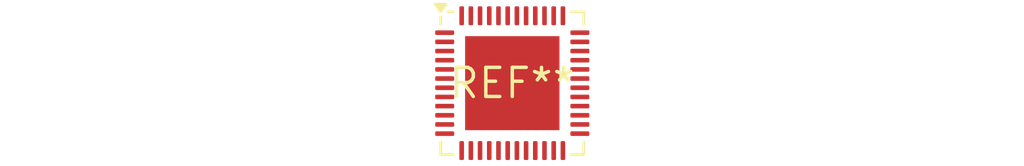
<source format=kicad_pcb>
(kicad_pcb (version 20240108) (generator pcbnew)
  (layers (0 "F.Cu" signal) (31 "B.Cu" signal) (34 "B.Paste" user) (35 "F.Paste" user) (36 "B.SilkS" user "B.Silkscreen") (37 "F.SilkS" user "F.Silkscreen") (38 "B.Mask" user) (39 "F.Mask" user) (44 "Edge.Cuts" user))
  (net 0 "")
  (footprint "VQFN-48-1EP_6x6mm_P0.4mm_EP4.1x4.1mm" (layer "F.Cu") (at 0 0)
    (property "Reference" "REF**")
    (property "Value" "VQFN-48-1EP_6x6mm_P0.4mm_EP4.1x4.1mm")
    (fp_line (start -3.11 -2.56) (end -3.11 -2.87) (layer "F.SilkS") (stroke (width 0.12)))
    (fp_line (start -3.11 3.11) (end -3.11 2.56) (layer "F.SilkS") (stroke (width 0.12)))
    (fp_line (start -2.56 -3.11) (end -2.81 -3.11) (layer "F.SilkS") (stroke (width 0.12)))
    (fp_line (start -2.56 3.11) (end -3.11 3.11) (layer "F.SilkS") (stroke (width 0.12)))
    (fp_line (start 2.56 -3.11) (end 3.11 -3.11) (layer "F.SilkS") (stroke (width 0.12)))
    (fp_line (start 2.56 3.11) (end 3.11 3.11) (layer "F.SilkS") (stroke (width 0.12)))
    (fp_line (start 3.11 -3.11) (end 3.11 -2.56) (layer "F.SilkS") (stroke (width 0.12)))
    (fp_line (start 3.11 3.11) (end 3.11 2.56) (layer "F.SilkS") (stroke (width 0.12)))
    (fp_poly (pts (xy -3.11 -3.11) (xy -3.35 -3.44) (xy -2.87 -3.44) (xy -3.11 -3.11)) (layer "F.SilkS") (stroke (width 0.12)) (fill solid))
    (pad "1" smd roundrect (at -2.9375 -2.2) (size 0.825 0.2) (layers "F.Cu" "F.Paste" "F.Mask"))
    (pad "2" smd roundrect (at -2.9375 -1.8) (size 0.825 0.2) (layers "F.Cu" "F.Paste" "F.Mask"))
    (pad "3" smd roundrect (at -2.9375 -1.4) (size 0.825 0.2) (layers "F.Cu" "F.Paste" "F.Mask"))
    (pad "4" smd roundrect (at -2.9375 -1) (size 0.825 0.2) (layers "F.Cu" "F.Paste" "F.Mask"))
    (pad "5" smd roundrect (at -2.9375 -0.6) (size 0.825 0.2) (layers "F.Cu" "F.Paste" "F.Mask"))
    (pad "6" smd roundrect (at -2.9375 -0.2) (size 0.825 0.2) (layers "F.Cu" "F.Paste" "F.Mask"))
    (pad "7" smd roundrect (at -2.9375 0.2) (size 0.825 0.2) (layers "F.Cu" "F.Paste" "F.Mask"))
    (pad "8" smd roundrect (at -2.9375 0.6) (size 0.825 0.2) (layers "F.Cu" "F.Paste" "F.Mask"))
    (pad "9" smd roundrect (at -2.9375 1) (size 0.825 0.2) (layers "F.Cu" "F.Paste" "F.Mask"))
    (pad "10" smd roundrect (at -2.9375 1.4) (size 0.825 0.2) (layers "F.Cu" "F.Paste" "F.Mask"))
    (pad "11" smd roundrect (at -2.9375 1.8) (size 0.825 0.2) (layers "F.Cu" "F.Paste" "F.Mask"))
    (pad "12" smd roundrect (at -2.9375 2.2) (size 0.825 0.2) (layers "F.Cu" "F.Paste" "F.Mask"))
    (pad "13" smd roundrect (at -2.2 2.9375) (size 0.2 0.825) (layers "F.Cu" "F.Paste" "F.Mask"))
    (pad "14" smd roundrect (at -1.8 2.9375) (size 0.2 0.825) (layers "F.Cu" "F.Paste" "F.Mask"))
    (pad "15" smd roundrect (at -1.4 2.9375) (size 0.2 0.825) (layers "F.Cu" "F.Paste" "F.Mask"))
    (pad "16" smd roundrect (at -1 2.9375) (size 0.2 0.825) (layers "F.Cu" "F.Paste" "F.Mask"))
    (pad "17" smd roundrect (at -0.6 2.9375) (size 0.2 0.825) (layers "F.Cu" "F.Paste" "F.Mask"))
    (pad "18" smd roundrect (at -0.2 2.9375) (size 0.2 0.825) (layers "F.Cu" "F.Paste" "F.Mask"))
    (pad "19" smd roundrect (at 0.2 2.9375) (size 0.2 0.825) (layers "F.Cu" "F.Paste" "F.Mask"))
    (pad "20" smd roundrect (at 0.6 2.9375) (size 0.2 0.825) (layers "F.Cu" "F.Paste" "F.Mask"))
    (pad "21" smd roundrect (at 1 2.9375) (size 0.2 0.825) (layers "F.Cu" "F.Paste" "F.Mask"))
    (pad "22" smd roundrect (at 1.4 2.9375) (size 0.2 0.825) (layers "F.Cu" "F.Paste" "F.Mask"))
    (pad "23" smd roundrect (at 1.8 2.9375) (size 0.2 0.825) (layers "F.Cu" "F.Paste" "F.Mask"))
    (pad "24" smd roundrect (at 2.2 2.9375) (size 0.2 0.825) (layers "F.Cu" "F.Paste" "F.Mask"))
    (pad "25" smd roundrect (at 2.9375 2.2) (size 0.825 0.2) (layers "F.Cu" "F.Paste" "F.Mask"))
    (pad "26" smd roundrect (at 2.9375 1.8) (size 0.825 0.2) (layers "F.Cu" "F.Paste" "F.Mask"))
    (pad "27" smd roundrect (at 2.9375 1.4) (size 0.825 0.2) (layers "F.Cu" "F.Paste" "F.Mask"))
    (pad "28" smd roundrect (at 2.9375 1) (size 0.825 0.2) (layers "F.Cu" "F.Paste" "F.Mask"))
    (pad "29" smd roundrect (at 2.9375 0.6) (size 0.825 0.2) (layers "F.Cu" "F.Paste" "F.Mask"))
    (pad "30" smd roundrect (at 2.9375 0.2) (size 0.825 0.2) (layers "F.Cu" "F.Paste" "F.Mask"))
    (pad "31" smd roundrect (at 2.9375 -0.2) (size 0.825 0.2) (layers "F.Cu" "F.Paste" "F.Mask"))
    (pad "32" smd roundrect (at 2.9375 -0.6) (size 0.825 0.2) (layers "F.Cu" "F.Paste" "F.Mask"))
    (pad "33" smd roundrect (at 2.9375 -1) (size 0.825 0.2) (layers "F.Cu" "F.Paste" "F.Mask"))
    (pad "34" smd roundrect (at 2.9375 -1.4) (size 0.825 0.2) (layers "F.Cu" "F.Paste" "F.Mask"))
    (pad "35" smd roundrect (at 2.9375 -1.8) (size 0.825 0.2) (layers "F.Cu" "F.Paste" "F.Mask"))
    (pad "36" smd roundrect (at 2.9375 -2.2) (size 0.825 0.2) (layers "F.Cu" "F.Paste" "F.Mask"))
    (pad "37" smd roundrect (at 2.2 -2.9375) (size 0.2 0.825) (layers "F.Cu" "F.Paste" "F.Mask"))
    (pad "38" smd roundrect (at 1.8 -2.9375) (size 0.2 0.825) (layers "F.Cu" "F.Paste" "F.Mask"))
    (pad "39" smd roundrect (at 1.4 -2.9375) (size 0.2 0.825) (layers "F.Cu" "F.Paste" "F.Mask"))
    (pad "40" smd roundrect (at 1 -2.9375) (size 0.2 0.825) (layers "F.Cu" "F.Paste" "F.Mask"))
    (pad "41" smd roundrect (at 0.6 -2.9375) (size 0.2 0.825) (layers "F.Cu" "F.Paste" "F.Mask"))
    (pad "42" smd roundrect (at 0.2 -2.9375) (size 0.2 0.825) (layers "F.Cu" "F.Paste" "F.Mask"))
    (pad "43" smd roundrect (at -0.2 -2.9375) (size 0.2 0.825) (layers "F.Cu" "F.Paste" "F.Mask"))
    (pad "44" smd roundrect (at -0.6 -2.9375) (size 0.2 0.825) (layers "F.Cu" "F.Paste" "F.Mask"))
    (pad "45" smd roundrect (at -1 -2.9375) (size 0.2 0.825) (layers "F.Cu" "F.Paste" "F.Mask"))
    (pad "46" smd roundrect (at -1.4 -2.9375) (size 0.2 0.825) (layers "F.Cu" "F.Paste" "F.Mask"))
    (pad "47" smd roundrect (at -1.8 -2.9375) (size 0.2 0.825) (layers "F.Cu" "F.Paste" "F.Mask"))
    (pad "48" smd roundrect (at -2.2 -2.9375) (size 0.2 0.825) (layers "F.Cu" "F.Paste" "F.Mask"))
    (pad "49" smd rect (at 0 0) (size 4.1 4.1) (property pad_prop_heatsink) (layers "F.Cu" "F.Mask"))
  )
)
</source>
